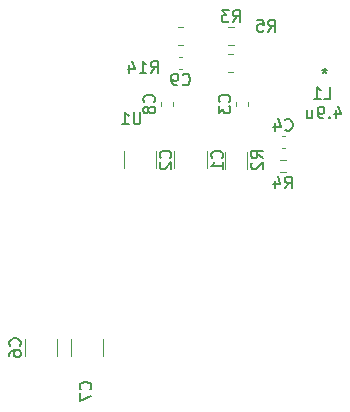
<source format=gbr>
%TF.GenerationSoftware,KiCad,Pcbnew,7.0.2-0*%
%TF.CreationDate,2024-02-16T15:53:17-05:00*%
%TF.ProjectId,Pi_HAT_V4,50695f48-4154-45f5-9634-2e6b69636164,rev?*%
%TF.SameCoordinates,Original*%
%TF.FileFunction,Legend,Bot*%
%TF.FilePolarity,Positive*%
%FSLAX46Y46*%
G04 Gerber Fmt 4.6, Leading zero omitted, Abs format (unit mm)*
G04 Created by KiCad (PCBNEW 7.0.2-0) date 2024-02-16 15:53:17*
%MOMM*%
%LPD*%
G01*
G04 APERTURE LIST*
%ADD10C,0.150000*%
%ADD11C,0.120000*%
G04 APERTURE END LIST*
D10*
%TO.C,C7*%
X123406580Y-104917833D02*
X123454200Y-104870214D01*
X123454200Y-104870214D02*
X123501819Y-104727357D01*
X123501819Y-104727357D02*
X123501819Y-104632119D01*
X123501819Y-104632119D02*
X123454200Y-104489262D01*
X123454200Y-104489262D02*
X123358961Y-104394024D01*
X123358961Y-104394024D02*
X123263723Y-104346405D01*
X123263723Y-104346405D02*
X123073247Y-104298786D01*
X123073247Y-104298786D02*
X122930390Y-104298786D01*
X122930390Y-104298786D02*
X122739914Y-104346405D01*
X122739914Y-104346405D02*
X122644676Y-104394024D01*
X122644676Y-104394024D02*
X122549438Y-104489262D01*
X122549438Y-104489262D02*
X122501819Y-104632119D01*
X122501819Y-104632119D02*
X122501819Y-104727357D01*
X122501819Y-104727357D02*
X122549438Y-104870214D01*
X122549438Y-104870214D02*
X122597057Y-104917833D01*
X122501819Y-105251167D02*
X122501819Y-105917833D01*
X122501819Y-105917833D02*
X123501819Y-105489262D01*
%TO.C,C9*%
X131241666Y-79072380D02*
X131289285Y-79120000D01*
X131289285Y-79120000D02*
X131432142Y-79167619D01*
X131432142Y-79167619D02*
X131527380Y-79167619D01*
X131527380Y-79167619D02*
X131670237Y-79120000D01*
X131670237Y-79120000D02*
X131765475Y-79024761D01*
X131765475Y-79024761D02*
X131813094Y-78929523D01*
X131813094Y-78929523D02*
X131860713Y-78739047D01*
X131860713Y-78739047D02*
X131860713Y-78596190D01*
X131860713Y-78596190D02*
X131813094Y-78405714D01*
X131813094Y-78405714D02*
X131765475Y-78310476D01*
X131765475Y-78310476D02*
X131670237Y-78215238D01*
X131670237Y-78215238D02*
X131527380Y-78167619D01*
X131527380Y-78167619D02*
X131432142Y-78167619D01*
X131432142Y-78167619D02*
X131289285Y-78215238D01*
X131289285Y-78215238D02*
X131241666Y-78262857D01*
X130765475Y-79167619D02*
X130574999Y-79167619D01*
X130574999Y-79167619D02*
X130479761Y-79120000D01*
X130479761Y-79120000D02*
X130432142Y-79072380D01*
X130432142Y-79072380D02*
X130336904Y-78929523D01*
X130336904Y-78929523D02*
X130289285Y-78739047D01*
X130289285Y-78739047D02*
X130289285Y-78358095D01*
X130289285Y-78358095D02*
X130336904Y-78262857D01*
X130336904Y-78262857D02*
X130384523Y-78215238D01*
X130384523Y-78215238D02*
X130479761Y-78167619D01*
X130479761Y-78167619D02*
X130670237Y-78167619D01*
X130670237Y-78167619D02*
X130765475Y-78215238D01*
X130765475Y-78215238D02*
X130813094Y-78262857D01*
X130813094Y-78262857D02*
X130860713Y-78358095D01*
X130860713Y-78358095D02*
X130860713Y-78596190D01*
X130860713Y-78596190D02*
X130813094Y-78691428D01*
X130813094Y-78691428D02*
X130765475Y-78739047D01*
X130765475Y-78739047D02*
X130670237Y-78786666D01*
X130670237Y-78786666D02*
X130479761Y-78786666D01*
X130479761Y-78786666D02*
X130384523Y-78739047D01*
X130384523Y-78739047D02*
X130336904Y-78691428D01*
X130336904Y-78691428D02*
X130289285Y-78596190D01*
%TO.C,C3*%
X135187380Y-80583333D02*
X135235000Y-80535714D01*
X135235000Y-80535714D02*
X135282619Y-80392857D01*
X135282619Y-80392857D02*
X135282619Y-80297619D01*
X135282619Y-80297619D02*
X135235000Y-80154762D01*
X135235000Y-80154762D02*
X135139761Y-80059524D01*
X135139761Y-80059524D02*
X135044523Y-80011905D01*
X135044523Y-80011905D02*
X134854047Y-79964286D01*
X134854047Y-79964286D02*
X134711190Y-79964286D01*
X134711190Y-79964286D02*
X134520714Y-80011905D01*
X134520714Y-80011905D02*
X134425476Y-80059524D01*
X134425476Y-80059524D02*
X134330238Y-80154762D01*
X134330238Y-80154762D02*
X134282619Y-80297619D01*
X134282619Y-80297619D02*
X134282619Y-80392857D01*
X134282619Y-80392857D02*
X134330238Y-80535714D01*
X134330238Y-80535714D02*
X134377857Y-80583333D01*
X134282619Y-80916667D02*
X134282619Y-81535714D01*
X134282619Y-81535714D02*
X134663571Y-81202381D01*
X134663571Y-81202381D02*
X134663571Y-81345238D01*
X134663571Y-81345238D02*
X134711190Y-81440476D01*
X134711190Y-81440476D02*
X134758809Y-81488095D01*
X134758809Y-81488095D02*
X134854047Y-81535714D01*
X134854047Y-81535714D02*
X135092142Y-81535714D01*
X135092142Y-81535714D02*
X135187380Y-81488095D01*
X135187380Y-81488095D02*
X135235000Y-81440476D01*
X135235000Y-81440476D02*
X135282619Y-81345238D01*
X135282619Y-81345238D02*
X135282619Y-81059524D01*
X135282619Y-81059524D02*
X135235000Y-80964286D01*
X135235000Y-80964286D02*
X135187380Y-80916667D01*
%TO.C,C6*%
X117456580Y-101217833D02*
X117504200Y-101170214D01*
X117504200Y-101170214D02*
X117551819Y-101027357D01*
X117551819Y-101027357D02*
X117551819Y-100932119D01*
X117551819Y-100932119D02*
X117504200Y-100789262D01*
X117504200Y-100789262D02*
X117408961Y-100694024D01*
X117408961Y-100694024D02*
X117313723Y-100646405D01*
X117313723Y-100646405D02*
X117123247Y-100598786D01*
X117123247Y-100598786D02*
X116980390Y-100598786D01*
X116980390Y-100598786D02*
X116789914Y-100646405D01*
X116789914Y-100646405D02*
X116694676Y-100694024D01*
X116694676Y-100694024D02*
X116599438Y-100789262D01*
X116599438Y-100789262D02*
X116551819Y-100932119D01*
X116551819Y-100932119D02*
X116551819Y-101027357D01*
X116551819Y-101027357D02*
X116599438Y-101170214D01*
X116599438Y-101170214D02*
X116647057Y-101217833D01*
X116551819Y-102074976D02*
X116551819Y-101884500D01*
X116551819Y-101884500D02*
X116599438Y-101789262D01*
X116599438Y-101789262D02*
X116647057Y-101741643D01*
X116647057Y-101741643D02*
X116789914Y-101646405D01*
X116789914Y-101646405D02*
X116980390Y-101598786D01*
X116980390Y-101598786D02*
X117361342Y-101598786D01*
X117361342Y-101598786D02*
X117456580Y-101646405D01*
X117456580Y-101646405D02*
X117504200Y-101694024D01*
X117504200Y-101694024D02*
X117551819Y-101789262D01*
X117551819Y-101789262D02*
X117551819Y-101979738D01*
X117551819Y-101979738D02*
X117504200Y-102074976D01*
X117504200Y-102074976D02*
X117456580Y-102122595D01*
X117456580Y-102122595D02*
X117361342Y-102170214D01*
X117361342Y-102170214D02*
X117123247Y-102170214D01*
X117123247Y-102170214D02*
X117028009Y-102122595D01*
X117028009Y-102122595D02*
X116980390Y-102074976D01*
X116980390Y-102074976D02*
X116932771Y-101979738D01*
X116932771Y-101979738D02*
X116932771Y-101789262D01*
X116932771Y-101789262D02*
X116980390Y-101694024D01*
X116980390Y-101694024D02*
X117028009Y-101646405D01*
X117028009Y-101646405D02*
X117123247Y-101598786D01*
%TO.C,C1*%
X134567380Y-85308333D02*
X134615000Y-85260714D01*
X134615000Y-85260714D02*
X134662619Y-85117857D01*
X134662619Y-85117857D02*
X134662619Y-85022619D01*
X134662619Y-85022619D02*
X134615000Y-84879762D01*
X134615000Y-84879762D02*
X134519761Y-84784524D01*
X134519761Y-84784524D02*
X134424523Y-84736905D01*
X134424523Y-84736905D02*
X134234047Y-84689286D01*
X134234047Y-84689286D02*
X134091190Y-84689286D01*
X134091190Y-84689286D02*
X133900714Y-84736905D01*
X133900714Y-84736905D02*
X133805476Y-84784524D01*
X133805476Y-84784524D02*
X133710238Y-84879762D01*
X133710238Y-84879762D02*
X133662619Y-85022619D01*
X133662619Y-85022619D02*
X133662619Y-85117857D01*
X133662619Y-85117857D02*
X133710238Y-85260714D01*
X133710238Y-85260714D02*
X133757857Y-85308333D01*
X134662619Y-86260714D02*
X134662619Y-85689286D01*
X134662619Y-85975000D02*
X133662619Y-85975000D01*
X133662619Y-85975000D02*
X133805476Y-85879762D01*
X133805476Y-85879762D02*
X133900714Y-85784524D01*
X133900714Y-85784524D02*
X133948333Y-85689286D01*
%TO.C,C2*%
X130186780Y-85304333D02*
X130234400Y-85256714D01*
X130234400Y-85256714D02*
X130282019Y-85113857D01*
X130282019Y-85113857D02*
X130282019Y-85018619D01*
X130282019Y-85018619D02*
X130234400Y-84875762D01*
X130234400Y-84875762D02*
X130139161Y-84780524D01*
X130139161Y-84780524D02*
X130043923Y-84732905D01*
X130043923Y-84732905D02*
X129853447Y-84685286D01*
X129853447Y-84685286D02*
X129710590Y-84685286D01*
X129710590Y-84685286D02*
X129520114Y-84732905D01*
X129520114Y-84732905D02*
X129424876Y-84780524D01*
X129424876Y-84780524D02*
X129329638Y-84875762D01*
X129329638Y-84875762D02*
X129282019Y-85018619D01*
X129282019Y-85018619D02*
X129282019Y-85113857D01*
X129282019Y-85113857D02*
X129329638Y-85256714D01*
X129329638Y-85256714D02*
X129377257Y-85304333D01*
X129377257Y-85685286D02*
X129329638Y-85732905D01*
X129329638Y-85732905D02*
X129282019Y-85828143D01*
X129282019Y-85828143D02*
X129282019Y-86066238D01*
X129282019Y-86066238D02*
X129329638Y-86161476D01*
X129329638Y-86161476D02*
X129377257Y-86209095D01*
X129377257Y-86209095D02*
X129472495Y-86256714D01*
X129472495Y-86256714D02*
X129567733Y-86256714D01*
X129567733Y-86256714D02*
X129710590Y-86209095D01*
X129710590Y-86209095D02*
X130282019Y-85637667D01*
X130282019Y-85637667D02*
X130282019Y-86256714D01*
%TO.C,R2*%
X138032619Y-85333333D02*
X137556428Y-85000000D01*
X138032619Y-84761905D02*
X137032619Y-84761905D01*
X137032619Y-84761905D02*
X137032619Y-85142857D01*
X137032619Y-85142857D02*
X137080238Y-85238095D01*
X137080238Y-85238095D02*
X137127857Y-85285714D01*
X137127857Y-85285714D02*
X137223095Y-85333333D01*
X137223095Y-85333333D02*
X137365952Y-85333333D01*
X137365952Y-85333333D02*
X137461190Y-85285714D01*
X137461190Y-85285714D02*
X137508809Y-85238095D01*
X137508809Y-85238095D02*
X137556428Y-85142857D01*
X137556428Y-85142857D02*
X137556428Y-84761905D01*
X137127857Y-85714286D02*
X137080238Y-85761905D01*
X137080238Y-85761905D02*
X137032619Y-85857143D01*
X137032619Y-85857143D02*
X137032619Y-86095238D01*
X137032619Y-86095238D02*
X137080238Y-86190476D01*
X137080238Y-86190476D02*
X137127857Y-86238095D01*
X137127857Y-86238095D02*
X137223095Y-86285714D01*
X137223095Y-86285714D02*
X137318333Y-86285714D01*
X137318333Y-86285714D02*
X137461190Y-86238095D01*
X137461190Y-86238095D02*
X138032619Y-85666667D01*
X138032619Y-85666667D02*
X138032619Y-86285714D01*
%TO.C,C4*%
X139916666Y-82912380D02*
X139964285Y-82960000D01*
X139964285Y-82960000D02*
X140107142Y-83007619D01*
X140107142Y-83007619D02*
X140202380Y-83007619D01*
X140202380Y-83007619D02*
X140345237Y-82960000D01*
X140345237Y-82960000D02*
X140440475Y-82864761D01*
X140440475Y-82864761D02*
X140488094Y-82769523D01*
X140488094Y-82769523D02*
X140535713Y-82579047D01*
X140535713Y-82579047D02*
X140535713Y-82436190D01*
X140535713Y-82436190D02*
X140488094Y-82245714D01*
X140488094Y-82245714D02*
X140440475Y-82150476D01*
X140440475Y-82150476D02*
X140345237Y-82055238D01*
X140345237Y-82055238D02*
X140202380Y-82007619D01*
X140202380Y-82007619D02*
X140107142Y-82007619D01*
X140107142Y-82007619D02*
X139964285Y-82055238D01*
X139964285Y-82055238D02*
X139916666Y-82102857D01*
X139059523Y-82340952D02*
X139059523Y-83007619D01*
X139297618Y-81960000D02*
X139535713Y-82674285D01*
X139535713Y-82674285D02*
X138916666Y-82674285D01*
%TO.C,R5*%
X138466666Y-74612619D02*
X138799999Y-74136428D01*
X139038094Y-74612619D02*
X139038094Y-73612619D01*
X139038094Y-73612619D02*
X138657142Y-73612619D01*
X138657142Y-73612619D02*
X138561904Y-73660238D01*
X138561904Y-73660238D02*
X138514285Y-73707857D01*
X138514285Y-73707857D02*
X138466666Y-73803095D01*
X138466666Y-73803095D02*
X138466666Y-73945952D01*
X138466666Y-73945952D02*
X138514285Y-74041190D01*
X138514285Y-74041190D02*
X138561904Y-74088809D01*
X138561904Y-74088809D02*
X138657142Y-74136428D01*
X138657142Y-74136428D02*
X139038094Y-74136428D01*
X137561904Y-73612619D02*
X138038094Y-73612619D01*
X138038094Y-73612619D02*
X138085713Y-74088809D01*
X138085713Y-74088809D02*
X138038094Y-74041190D01*
X138038094Y-74041190D02*
X137942856Y-73993571D01*
X137942856Y-73993571D02*
X137704761Y-73993571D01*
X137704761Y-73993571D02*
X137609523Y-74041190D01*
X137609523Y-74041190D02*
X137561904Y-74088809D01*
X137561904Y-74088809D02*
X137514285Y-74184047D01*
X137514285Y-74184047D02*
X137514285Y-74422142D01*
X137514285Y-74422142D02*
X137561904Y-74517380D01*
X137561904Y-74517380D02*
X137609523Y-74565000D01*
X137609523Y-74565000D02*
X137704761Y-74612619D01*
X137704761Y-74612619D02*
X137942856Y-74612619D01*
X137942856Y-74612619D02*
X138038094Y-74565000D01*
X138038094Y-74565000D02*
X138085713Y-74517380D01*
%TO.C,L1*%
X143216666Y-80312619D02*
X143692856Y-80312619D01*
X143692856Y-80312619D02*
X143692856Y-79312619D01*
X142359523Y-80312619D02*
X142930951Y-80312619D01*
X142645237Y-80312619D02*
X142645237Y-79312619D01*
X142645237Y-79312619D02*
X142740475Y-79455476D01*
X142740475Y-79455476D02*
X142835713Y-79550714D01*
X142835713Y-79550714D02*
X142930951Y-79598333D01*
X144176190Y-81295952D02*
X144176190Y-81962619D01*
X144414285Y-80915000D02*
X144652380Y-81629285D01*
X144652380Y-81629285D02*
X144033333Y-81629285D01*
X143652380Y-81867380D02*
X143604761Y-81915000D01*
X143604761Y-81915000D02*
X143652380Y-81962619D01*
X143652380Y-81962619D02*
X143699999Y-81915000D01*
X143699999Y-81915000D02*
X143652380Y-81867380D01*
X143652380Y-81867380D02*
X143652380Y-81962619D01*
X143128571Y-81962619D02*
X142938095Y-81962619D01*
X142938095Y-81962619D02*
X142842857Y-81915000D01*
X142842857Y-81915000D02*
X142795238Y-81867380D01*
X142795238Y-81867380D02*
X142700000Y-81724523D01*
X142700000Y-81724523D02*
X142652381Y-81534047D01*
X142652381Y-81534047D02*
X142652381Y-81153095D01*
X142652381Y-81153095D02*
X142700000Y-81057857D01*
X142700000Y-81057857D02*
X142747619Y-81010238D01*
X142747619Y-81010238D02*
X142842857Y-80962619D01*
X142842857Y-80962619D02*
X143033333Y-80962619D01*
X143033333Y-80962619D02*
X143128571Y-81010238D01*
X143128571Y-81010238D02*
X143176190Y-81057857D01*
X143176190Y-81057857D02*
X143223809Y-81153095D01*
X143223809Y-81153095D02*
X143223809Y-81391190D01*
X143223809Y-81391190D02*
X143176190Y-81486428D01*
X143176190Y-81486428D02*
X143128571Y-81534047D01*
X143128571Y-81534047D02*
X143033333Y-81581666D01*
X143033333Y-81581666D02*
X142842857Y-81581666D01*
X142842857Y-81581666D02*
X142747619Y-81534047D01*
X142747619Y-81534047D02*
X142700000Y-81486428D01*
X142700000Y-81486428D02*
X142652381Y-81391190D01*
X141795238Y-81295952D02*
X141795238Y-81962619D01*
X142223809Y-81295952D02*
X142223809Y-81819761D01*
X142223809Y-81819761D02*
X142176190Y-81915000D01*
X142176190Y-81915000D02*
X142080952Y-81962619D01*
X142080952Y-81962619D02*
X141938095Y-81962619D01*
X141938095Y-81962619D02*
X141842857Y-81915000D01*
X141842857Y-81915000D02*
X141795238Y-81867380D01*
X143249999Y-77712619D02*
X143249999Y-77950714D01*
X143488094Y-77855476D02*
X143249999Y-77950714D01*
X143249999Y-77950714D02*
X143011904Y-77855476D01*
X143392856Y-78141190D02*
X143249999Y-77950714D01*
X143249999Y-77950714D02*
X143107142Y-78141190D01*
%TO.C,R14*%
X128542857Y-78112619D02*
X128876190Y-77636428D01*
X129114285Y-78112619D02*
X129114285Y-77112619D01*
X129114285Y-77112619D02*
X128733333Y-77112619D01*
X128733333Y-77112619D02*
X128638095Y-77160238D01*
X128638095Y-77160238D02*
X128590476Y-77207857D01*
X128590476Y-77207857D02*
X128542857Y-77303095D01*
X128542857Y-77303095D02*
X128542857Y-77445952D01*
X128542857Y-77445952D02*
X128590476Y-77541190D01*
X128590476Y-77541190D02*
X128638095Y-77588809D01*
X128638095Y-77588809D02*
X128733333Y-77636428D01*
X128733333Y-77636428D02*
X129114285Y-77636428D01*
X127590476Y-78112619D02*
X128161904Y-78112619D01*
X127876190Y-78112619D02*
X127876190Y-77112619D01*
X127876190Y-77112619D02*
X127971428Y-77255476D01*
X127971428Y-77255476D02*
X128066666Y-77350714D01*
X128066666Y-77350714D02*
X128161904Y-77398333D01*
X126733333Y-77445952D02*
X126733333Y-78112619D01*
X126971428Y-77065000D02*
X127209523Y-77779285D01*
X127209523Y-77779285D02*
X126590476Y-77779285D01*
%TO.C,U1*%
X127661904Y-81462619D02*
X127661904Y-82272142D01*
X127661904Y-82272142D02*
X127614285Y-82367380D01*
X127614285Y-82367380D02*
X127566666Y-82415000D01*
X127566666Y-82415000D02*
X127471428Y-82462619D01*
X127471428Y-82462619D02*
X127280952Y-82462619D01*
X127280952Y-82462619D02*
X127185714Y-82415000D01*
X127185714Y-82415000D02*
X127138095Y-82367380D01*
X127138095Y-82367380D02*
X127090476Y-82272142D01*
X127090476Y-82272142D02*
X127090476Y-81462619D01*
X126090476Y-82462619D02*
X126661904Y-82462619D01*
X126376190Y-82462619D02*
X126376190Y-81462619D01*
X126376190Y-81462619D02*
X126471428Y-81605476D01*
X126471428Y-81605476D02*
X126566666Y-81700714D01*
X126566666Y-81700714D02*
X126661904Y-81748333D01*
%TO.C,C8*%
X128812380Y-80583333D02*
X128860000Y-80535714D01*
X128860000Y-80535714D02*
X128907619Y-80392857D01*
X128907619Y-80392857D02*
X128907619Y-80297619D01*
X128907619Y-80297619D02*
X128860000Y-80154762D01*
X128860000Y-80154762D02*
X128764761Y-80059524D01*
X128764761Y-80059524D02*
X128669523Y-80011905D01*
X128669523Y-80011905D02*
X128479047Y-79964286D01*
X128479047Y-79964286D02*
X128336190Y-79964286D01*
X128336190Y-79964286D02*
X128145714Y-80011905D01*
X128145714Y-80011905D02*
X128050476Y-80059524D01*
X128050476Y-80059524D02*
X127955238Y-80154762D01*
X127955238Y-80154762D02*
X127907619Y-80297619D01*
X127907619Y-80297619D02*
X127907619Y-80392857D01*
X127907619Y-80392857D02*
X127955238Y-80535714D01*
X127955238Y-80535714D02*
X128002857Y-80583333D01*
X128336190Y-81154762D02*
X128288571Y-81059524D01*
X128288571Y-81059524D02*
X128240952Y-81011905D01*
X128240952Y-81011905D02*
X128145714Y-80964286D01*
X128145714Y-80964286D02*
X128098095Y-80964286D01*
X128098095Y-80964286D02*
X128002857Y-81011905D01*
X128002857Y-81011905D02*
X127955238Y-81059524D01*
X127955238Y-81059524D02*
X127907619Y-81154762D01*
X127907619Y-81154762D02*
X127907619Y-81345238D01*
X127907619Y-81345238D02*
X127955238Y-81440476D01*
X127955238Y-81440476D02*
X128002857Y-81488095D01*
X128002857Y-81488095D02*
X128098095Y-81535714D01*
X128098095Y-81535714D02*
X128145714Y-81535714D01*
X128145714Y-81535714D02*
X128240952Y-81488095D01*
X128240952Y-81488095D02*
X128288571Y-81440476D01*
X128288571Y-81440476D02*
X128336190Y-81345238D01*
X128336190Y-81345238D02*
X128336190Y-81154762D01*
X128336190Y-81154762D02*
X128383809Y-81059524D01*
X128383809Y-81059524D02*
X128431428Y-81011905D01*
X128431428Y-81011905D02*
X128526666Y-80964286D01*
X128526666Y-80964286D02*
X128717142Y-80964286D01*
X128717142Y-80964286D02*
X128812380Y-81011905D01*
X128812380Y-81011905D02*
X128860000Y-81059524D01*
X128860000Y-81059524D02*
X128907619Y-81154762D01*
X128907619Y-81154762D02*
X128907619Y-81345238D01*
X128907619Y-81345238D02*
X128860000Y-81440476D01*
X128860000Y-81440476D02*
X128812380Y-81488095D01*
X128812380Y-81488095D02*
X128717142Y-81535714D01*
X128717142Y-81535714D02*
X128526666Y-81535714D01*
X128526666Y-81535714D02*
X128431428Y-81488095D01*
X128431428Y-81488095D02*
X128383809Y-81440476D01*
X128383809Y-81440476D02*
X128336190Y-81345238D01*
%TO.C,R4*%
X139891666Y-87892619D02*
X140224999Y-87416428D01*
X140463094Y-87892619D02*
X140463094Y-86892619D01*
X140463094Y-86892619D02*
X140082142Y-86892619D01*
X140082142Y-86892619D02*
X139986904Y-86940238D01*
X139986904Y-86940238D02*
X139939285Y-86987857D01*
X139939285Y-86987857D02*
X139891666Y-87083095D01*
X139891666Y-87083095D02*
X139891666Y-87225952D01*
X139891666Y-87225952D02*
X139939285Y-87321190D01*
X139939285Y-87321190D02*
X139986904Y-87368809D01*
X139986904Y-87368809D02*
X140082142Y-87416428D01*
X140082142Y-87416428D02*
X140463094Y-87416428D01*
X139034523Y-87225952D02*
X139034523Y-87892619D01*
X139272618Y-86845000D02*
X139510713Y-87559285D01*
X139510713Y-87559285D02*
X138891666Y-87559285D01*
%TO.C,R3*%
X135491666Y-73812619D02*
X135824999Y-73336428D01*
X136063094Y-73812619D02*
X136063094Y-72812619D01*
X136063094Y-72812619D02*
X135682142Y-72812619D01*
X135682142Y-72812619D02*
X135586904Y-72860238D01*
X135586904Y-72860238D02*
X135539285Y-72907857D01*
X135539285Y-72907857D02*
X135491666Y-73003095D01*
X135491666Y-73003095D02*
X135491666Y-73145952D01*
X135491666Y-73145952D02*
X135539285Y-73241190D01*
X135539285Y-73241190D02*
X135586904Y-73288809D01*
X135586904Y-73288809D02*
X135682142Y-73336428D01*
X135682142Y-73336428D02*
X136063094Y-73336428D01*
X135158332Y-72812619D02*
X134539285Y-72812619D01*
X134539285Y-72812619D02*
X134872618Y-73193571D01*
X134872618Y-73193571D02*
X134729761Y-73193571D01*
X134729761Y-73193571D02*
X134634523Y-73241190D01*
X134634523Y-73241190D02*
X134586904Y-73288809D01*
X134586904Y-73288809D02*
X134539285Y-73384047D01*
X134539285Y-73384047D02*
X134539285Y-73622142D01*
X134539285Y-73622142D02*
X134586904Y-73717380D01*
X134586904Y-73717380D02*
X134634523Y-73765000D01*
X134634523Y-73765000D02*
X134729761Y-73812619D01*
X134729761Y-73812619D02*
X135015475Y-73812619D01*
X135015475Y-73812619D02*
X135110713Y-73765000D01*
X135110713Y-73765000D02*
X135158332Y-73717380D01*
D11*
%TO.C,C7*%
X124499200Y-100673248D02*
X124499200Y-102095752D01*
X121779200Y-100673248D02*
X121779200Y-102095752D01*
%TO.C,C9*%
X130928733Y-76765000D02*
X131221267Y-76765000D01*
X130928733Y-77785000D02*
X131221267Y-77785000D01*
%TO.C,C3*%
X136760000Y-80603733D02*
X136760000Y-80896267D01*
X135740000Y-80603733D02*
X135740000Y-80896267D01*
%TO.C,C6*%
X120599200Y-100673248D02*
X120599200Y-102095752D01*
X117879200Y-100673248D02*
X117879200Y-102095752D01*
%TO.C,C1*%
X130540000Y-86186252D02*
X130540000Y-84763748D01*
X133260000Y-86186252D02*
X133260000Y-84763748D01*
%TO.C,C2*%
X126290000Y-86186252D02*
X126290000Y-84763748D01*
X129010000Y-86186252D02*
X129010000Y-84763748D01*
%TO.C,R2*%
X134840000Y-86227064D02*
X134840000Y-84772936D01*
X136660000Y-86227064D02*
X136660000Y-84772936D01*
%TO.C,C4*%
X139896267Y-84485000D02*
X139603733Y-84485000D01*
X139896267Y-83465000D02*
X139603733Y-83465000D01*
%TO.C,R5*%
X135527064Y-78010000D02*
X135072936Y-78010000D01*
X135527064Y-76540000D02*
X135072936Y-76540000D01*
%TO.C,R14*%
X130822936Y-74265000D02*
X131277064Y-74265000D01*
X130822936Y-75735000D02*
X131277064Y-75735000D01*
%TO.C,C8*%
X130385000Y-80603733D02*
X130385000Y-80896267D01*
X129365000Y-80603733D02*
X129365000Y-80896267D01*
%TO.C,R4*%
X139470276Y-85477500D02*
X139979724Y-85477500D01*
X139470276Y-86522500D02*
X139979724Y-86522500D01*
%TO.C,R3*%
X135552064Y-75735000D02*
X135097936Y-75735000D01*
X135552064Y-74265000D02*
X135097936Y-74265000D01*
%TD*%
M02*

</source>
